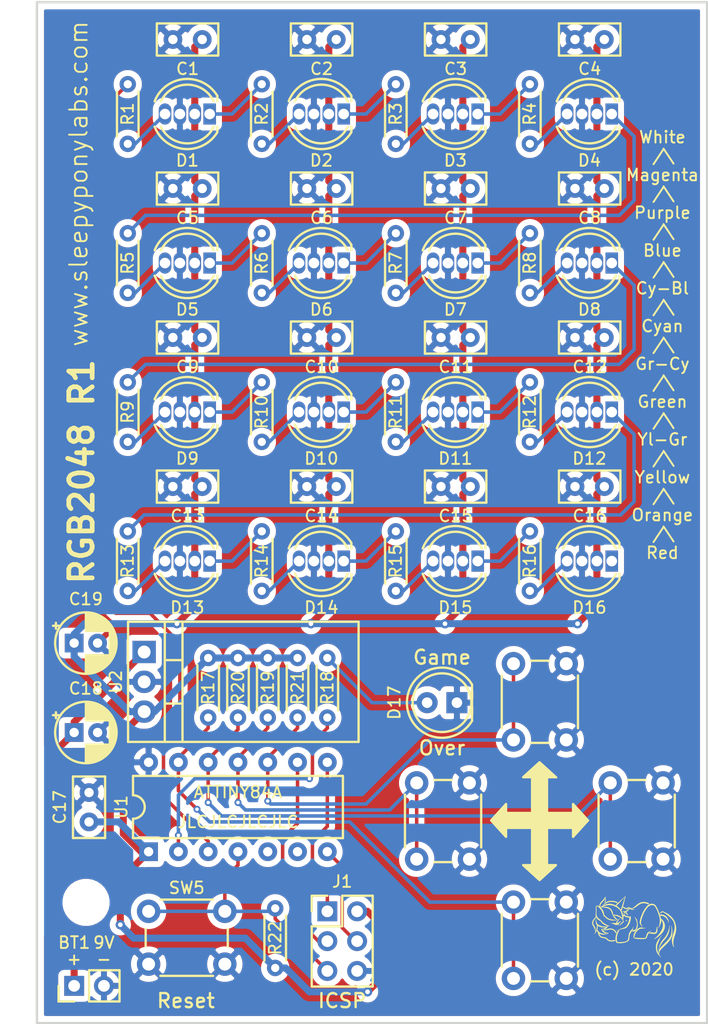
<source format=kicad_pcb>
(kicad_pcb (version 20171130) (host pcbnew "(5.1.6)-1")
  (title_block (title RGB2048_WS2812) (date 2020-09-12) (rev 1) (company "Sleepy Pony Labs"))
  (layers (0 F.Cu signal) (31 B.Cu signal) (34 B.Paste user) (35 F.Paste user) (36 B.SilkS user) (37 F.SilkS user) (38 B.Mask user) (39 F.Mask user) (44 Edge.Cuts user))
  (net 0 "")
  (net 1 GND)
  (net 2 "Net-(BT1-Pad1)")
  (net 3 +5V)
  (net 4 "Net-(D1-Pad4)")
  (net 5 "Net-(D1-Pad1)")
  (net 6 "Net-(D2-Pad4)")
  (net 7 "Net-(D2-Pad1)")
  (net 8 "Net-(D3-Pad4)")
  (net 9 "Net-(D3-Pad1)")
  (net 10 "Net-(D4-Pad4)")
  (net 11 "Net-(D4-Pad1)")
  (net 12 "Net-(D5-Pad4)")
  (net 13 "Net-(D5-Pad1)")
  (net 14 "Net-(D6-Pad4)")
  (net 15 "Net-(D6-Pad1)")
  (net 16 "Net-(D7-Pad4)")
  (net 17 "Net-(D7-Pad1)")
  (net 18 "Net-(D8-Pad4)")
  (net 19 "Net-(D8-Pad1)")
  (net 20 "Net-(D9-Pad4)")
  (net 21 "Net-(D9-Pad1)")
  (net 22 "Net-(D10-Pad4)")
  (net 23 "Net-(D10-Pad1)")
  (net 24 "Net-(D11-Pad4)")
  (net 25 "Net-(D11-Pad1)")
  (net 26 "Net-(D12-Pad4)")
  (net 27 "Net-(D12-Pad1)")
  (net 28 "Net-(D13-Pad4)")
  (net 29 "Net-(D13-Pad1)")
  (net 30 "Net-(D14-Pad4)")
  (net 31 "Net-(D14-Pad1)")
  (net 32 "Net-(D15-Pad4)")
  (net 33 "Net-(D15-Pad1)")
  (net 34 "Net-(D16-Pad4)")
  (net 35 "Net-(D16-Pad1)")
  (net 36 "Net-(D17-Pad2)")
  (net 37 RESET)
  (net 38 MOSI)
  (net 39 SCK)
  (net 40 MISO)
  (net 41 DIN)
  (net 42 BTND)
  (net 43 AXLED)
  (net 44 BTNL)
  (net 45 BTNR)
  (net 46 BTNU)
  (net 47 "Net-(U1-Pad6)")
  (net 48 "Net-(U1-Pad5)")
  (module sleepyLogo:sleepylogo_10mm (layer F.Cu) (at 211.074 103.251)
    (fp_text reference G*** hide)
    (fp_text value LOGO hide)
  )
  (module MountingHole:MountingHole_3mm (layer F.Cu) (at 164.211 101.473)
    (fp_text reference REF** hide)
    (fp_text value MountingHole_3mm)
    (pad 1 np_thru_hole circle (at 0 0) (size 3 3) (drill 3) (layers *.Cu *.Mask))
  )
  (module Package_TO_SOT_THT:TO-220-3_Vertical (layer F.Cu) (at 169.164 80.137 270)
    (fp_text reference U2 (at 2.54 2.413 90) (layer F.SilkS) (effects (font (thickness 0.16))))
    (fp_text value L7805)
    (pad 3 thru_hole oval (at 5.08 0 270) (size 1.905 2) (drill 1.1) (layers *.Cu *.Mask) (net 3 +5V))
    (pad 2 thru_hole oval (at 2.54 0 270) (size 1.905 2) (drill 1.1) (layers *.Cu *.Mask) (net 1 GND))
    (pad 1 thru_hole rect (at 0 0 270) (size 1.905 2) (drill 1.1) (layers *.Cu *.Mask) (net 2 "Net-(BT1-Pad1)"))
  )
  (module LED_THT:LED_D5.0mm (layer F.Cu) (at 195.834 84.455 180)
    (fp_text reference D17 (at 5.334 0 90) (layer F.SilkS) (effects (font (thickness 0.16))))
    (fp_text value LED)
    (pad 2 thru_hole circle (at 2.54 0 180) (size 1.8 1.8) (drill 0.9) (layers *.Cu *.Mask) (net 36 "Net-(D17-Pad2)"))
    (pad 1 thru_hole rect (at 0 0 180) (size 1.8 1.8) (drill 0.9) (layers *.Cu *.Mask) (net 1 GND))
  )
  (module Package_DIP:DIP-14_W7.62mm (layer F.Cu) (at 169.545 97.155 90)
    (fp_text reference U1 (at 3.81 -2.33 90) (layer F.SilkS) (effects (font (thickness 0.16))))
    (fp_text value ATtiny84A-PU)
    (pad 14 thru_hole oval (at 7.62 0 90) (size 1.6 1.6) (drill 0.8) (layers *.Cu *.Mask) (net 1 GND))
    (pad 7 thru_hole oval (at 0 15.24 90) (size 1.6 1.6) (drill 0.8) (layers *.Cu *.Mask) (net 38 MOSI))
    (pad 13 thru_hole oval (at 7.62 2.54 90) (size 1.6 1.6) (drill 0.8) (layers *.Cu *.Mask) (net 42 BTND))
    (pad 6 thru_hole oval (at 0 12.7 90) (size 1.6 1.6) (drill 0.8) (layers *.Cu *.Mask) (net 47 "Net-(U1-Pad6)"))
    (pad 12 thru_hole oval (at 7.62 5.08 90) (size 1.6 1.6) (drill 0.8) (layers *.Cu *.Mask) (net 45 BTNR))
    (pad 5 thru_hole oval (at 0 10.16 90) (size 1.6 1.6) (drill 0.8) (layers *.Cu *.Mask) (net 48 "Net-(U1-Pad5)"))
    (pad 11 thru_hole oval (at 7.62 7.62 90) (size 1.6 1.6) (drill 0.8) (layers *.Cu *.Mask) (net 44 BTNL))
    (pad 4 thru_hole oval (at 0 7.62 90) (size 1.6 1.6) (drill 0.8) (layers *.Cu *.Mask) (net 37 RESET))
    (pad 10 thru_hole oval (at 7.62 10.16 90) (size 1.6 1.6) (drill 0.8) (layers *.Cu *.Mask) (net 46 BTNU))
    (pad 3 thru_hole oval (at 0 5.08 90) (size 1.6 1.6) (drill 0.8) (layers *.Cu *.Mask) (net 41 DIN))
    (pad 9 thru_hole oval (at 7.62 12.7 90) (size 1.6 1.6) (drill 0.8) (layers *.Cu *.Mask) (net 39 SCK))
    (pad 2 thru_hole oval (at 0 2.54 90) (size 1.6 1.6) (drill 0.8) (layers *.Cu *.Mask) (net 43 AXLED))
    (pad 8 thru_hole oval (at 7.62 15.24 90) (size 1.6 1.6) (drill 0.8) (layers *.Cu *.Mask) (net 40 MISO))
    (pad 1 thru_hole rect (at 0 0 90) (size 1.6 1.6) (drill 0.8) (layers *.Cu *.Mask) (net 3 +5V))
  )
  (module Button_Switch_THT:SW_PUSH_6mm (layer F.Cu) (at 169.545 102.235)
    (fp_text reference SW5 (at 3.25 -2) (layer F.SilkS) (effects (font (thickness 0.16))))
    (fp_text value SW_Push)
    (pad 1 thru_hole circle (at 6.5 0 90) (size 2 2) (drill 1.1) (layers *.Cu *.Mask) (net 37 RESET))
    (pad 2 thru_hole circle (at 6.5 4.5 90) (size 2 2) (drill 1.1) (layers *.Cu *.Mask) (net 1 GND))
    (pad 1 thru_hole circle (at 0 0 90) (size 2 2) (drill 1.1) (layers *.Cu *.Mask) (net 37 RESET))
    (pad 2 thru_hole circle (at 0 4.5 90) (size 2 2) (drill 1.1) (layers *.Cu *.Mask) (net 1 GND))
  )
  (module Button_Switch_THT:SW_PUSH_6mm (layer F.Cu) (at 200.66 87.63 90)
    (fp_text reference SW4 hide)
    (fp_text value SW_Push)
    (pad 1 thru_hole circle (at 6.5 0 180) (size 2 2) (drill 1.1) (layers *.Cu *.Mask) (net 46 BTNU))
    (pad 2 thru_hole circle (at 6.5 4.5 180) (size 2 2) (drill 1.1) (layers *.Cu *.Mask) (net 1 GND))
    (pad 1 thru_hole circle (at 0 0 180) (size 2 2) (drill 1.1) (layers *.Cu *.Mask) (net 46 BTNU))
    (pad 2 thru_hole circle (at 0 4.5 180) (size 2 2) (drill 1.1) (layers *.Cu *.Mask) (net 1 GND))
  )
  (module Button_Switch_THT:SW_PUSH_6mm (layer F.Cu) (at 208.915 97.79 90)
    (fp_text reference SW3 hide)
    (fp_text value SW_Push)
    (pad 1 thru_hole circle (at 6.5 0 180) (size 2 2) (drill 1.1) (layers *.Cu *.Mask) (net 45 BTNR))
    (pad 2 thru_hole circle (at 6.5 4.5 180) (size 2 2) (drill 1.1) (layers *.Cu *.Mask) (net 1 GND))
    (pad 1 thru_hole circle (at 0 0 180) (size 2 2) (drill 1.1) (layers *.Cu *.Mask) (net 45 BTNR))
    (pad 2 thru_hole circle (at 0 4.5 180) (size 2 2) (drill 1.1) (layers *.Cu *.Mask) (net 1 GND))
  )
  (module Button_Switch_THT:SW_PUSH_6mm (layer F.Cu) (at 192.405 97.79 90)
    (fp_text reference SW2 hide)
    (fp_text value SW_Push)
    (pad 1 thru_hole circle (at 6.5 0 180) (size 2 2) (drill 1.1) (layers *.Cu *.Mask) (net 44 BTNL))
    (pad 2 thru_hole circle (at 6.5 4.5 180) (size 2 2) (drill 1.1) (layers *.Cu *.Mask) (net 1 GND))
    (pad 1 thru_hole circle (at 0 0 180) (size 2 2) (drill 1.1) (layers *.Cu *.Mask) (net 44 BTNL))
    (pad 2 thru_hole circle (at 0 4.5 180) (size 2 2) (drill 1.1) (layers *.Cu *.Mask) (net 1 GND))
  )
  (module Button_Switch_THT:SW_PUSH_6mm (layer F.Cu) (at 200.66 107.95 90)
    (fp_text reference SW1 hide)
    (fp_text value SW_Push)
    (pad 1 thru_hole circle (at 6.5 0 180) (size 2 2) (drill 1.1) (layers *.Cu *.Mask) (net 42 BTND))
    (pad 2 thru_hole circle (at 6.5 4.5 180) (size 2 2) (drill 1.1) (layers *.Cu *.Mask) (net 1 GND))
    (pad 1 thru_hole circle (at 0 0 180) (size 2 2) (drill 1.1) (layers *.Cu *.Mask) (net 42 BTND))
    (pad 2 thru_hole circle (at 0 4.5 180) (size 2 2) (drill 1.1) (layers *.Cu *.Mask) (net 1 GND))
  )
  (module Resistor_THT:R_Axial_DIN0204_L3.6mm_D1.6mm_P5.08mm_Horizontal (layer F.Cu) (at 180.34 107.061 90)
    (fp_text reference R22 (at 2.54 0 90) (layer F.SilkS) (effects (font (thickness 0.16))))
    (fp_text value 10k)
    (pad 2 thru_hole oval (at 5.08 0 90) (size 1.4 1.4) (drill 0.7) (layers *.Cu *.Mask) (net 37 RESET))
    (pad 1 thru_hole circle (at 0 0 90) (size 1.4 1.4) (drill 0.7) (layers *.Cu *.Mask) (net 3 +5V))
  )
  (module Resistor_THT:R_Axial_DIN0204_L3.6mm_D1.6mm_P5.08mm_Horizontal (layer F.Cu) (at 182.245 80.645 270)
    (fp_text reference R21 (at 2.54 0 270) (layer F.SilkS) (effects (font (thickness 0.16))))
    (fp_text value 10k)
    (pad 2 thru_hole oval (at 5.08 0 270) (size 1.4 1.4) (drill 0.7) (layers *.Cu *.Mask) (net 46 BTNU))
    (pad 1 thru_hole circle (at 0 0 270) (size 1.4 1.4) (drill 0.7) (layers *.Cu *.Mask) (net 3 +5V))
  )
  (module Resistor_THT:R_Axial_DIN0204_L3.6mm_D1.6mm_P5.08mm_Horizontal (layer F.Cu) (at 177.165 80.645 270)
    (fp_text reference R20 (at 2.54 0 270) (layer F.SilkS) (effects (font (thickness 0.16))))
    (fp_text value 10k)
    (pad 2 thru_hole oval (at 5.08 0 270) (size 1.4 1.4) (drill 0.7) (layers *.Cu *.Mask) (net 45 BTNR))
    (pad 1 thru_hole circle (at 0 0 270) (size 1.4 1.4) (drill 0.7) (layers *.Cu *.Mask) (net 3 +5V))
  )
  (module Resistor_THT:R_Axial_DIN0204_L3.6mm_D1.6mm_P5.08mm_Horizontal (layer F.Cu) (at 179.705 80.645 270)
    (fp_text reference R19 (at 2.54 0 270) (layer F.SilkS) (effects (font (thickness 0.16))))
    (fp_text value 10k)
    (pad 2 thru_hole oval (at 5.08 0 270) (size 1.4 1.4) (drill 0.7) (layers *.Cu *.Mask) (net 44 BTNL))
    (pad 1 thru_hole circle (at 0 0 270) (size 1.4 1.4) (drill 0.7) (layers *.Cu *.Mask) (net 3 +5V))
  )
  (module Resistor_THT:R_Axial_DIN0204_L3.6mm_D1.6mm_P5.08mm_Horizontal (layer F.Cu) (at 184.785 80.645 270)
    (fp_text reference R18 (at 2.54 0 270) (layer F.SilkS) (effects (font (thickness 0.16))))
    (fp_text value 1k)
    (pad 2 thru_hole oval (at 5.08 0 270) (size 1.4 1.4) (drill 0.7) (layers *.Cu *.Mask) (net 43 AXLED))
    (pad 1 thru_hole circle (at 0 0 270) (size 1.4 1.4) (drill 0.7) (layers *.Cu *.Mask) (net 36 "Net-(D17-Pad2)"))
  )
  (module Resistor_THT:R_Axial_DIN0204_L3.6mm_D1.6mm_P5.08mm_Horizontal (layer F.Cu) (at 174.625 80.645 270)
    (fp_text reference R17 (at 2.54 0 270) (layer F.SilkS) (effects (font (thickness 0.16))))
    (fp_text value 10k)
    (pad 2 thru_hole oval (at 5.08 0 270) (size 1.4 1.4) (drill 0.7) (layers *.Cu *.Mask) (net 42 BTND))
    (pad 1 thru_hole circle (at 0 0 270) (size 1.4 1.4) (drill 0.7) (layers *.Cu *.Mask) (net 3 +5V))
  )
  (module Resistor_THT:R_Axial_DIN0204_L3.6mm_D1.6mm_P5.08mm_Horizontal (layer F.Cu) (at 202.057 74.93 90)
    (fp_text reference R16 (at 2.54 -0.015 90) (layer F.SilkS) (effects (font (thickness 0.16))))
    (fp_text value 100R)
    (pad 1 thru_hole circle (at 0 0 90) (size 1.4 1.4) (drill 0.7) (layers *.Cu *.Mask) (net 34 "Net-(D16-Pad4)"))
    (pad 2 thru_hole oval (at 5.08 0 90) (size 1.4 1.4) (drill 0.7) (layers *.Cu *.Mask) (net 33 "Net-(D15-Pad1)"))
  )
  (module Resistor_THT:R_Axial_DIN0204_L3.6mm_D1.6mm_P5.08mm_Horizontal (layer F.Cu) (at 190.627 74.93 90)
    (fp_text reference R15 (at 2.54 -0.015 90) (layer F.SilkS) (effects (font (thickness 0.16))))
    (fp_text value 100R)
    (pad 1 thru_hole circle (at 0 0 90) (size 1.4 1.4) (drill 0.7) (layers *.Cu *.Mask) (net 32 "Net-(D15-Pad4)"))
    (pad 2 thru_hole oval (at 5.08 0 90) (size 1.4 1.4) (drill 0.7) (layers *.Cu *.Mask) (net 31 "Net-(D14-Pad1)"))
  )
  (module Resistor_THT:R_Axial_DIN0204_L3.6mm_D1.6mm_P5.08mm_Horizontal (layer F.Cu) (at 179.197 74.93 90)
    (fp_text reference R14 (at 2.54 -0.015 90) (layer F.SilkS) (effects (font (thickness 0.16))))
    (fp_text value 100R)
    (pad 1 thru_hole circle (at 0 0 90) (size 1.4 1.4) (drill 0.7) (layers *.Cu *.Mask) (net 30 "Net-(D14-Pad4)"))
    (pad 2 thru_hole oval (at 5.08 0 90) (size 1.4 1.4) (drill 0.7) (layers *.Cu *.Mask) (net 29 "Net-(D13-Pad1)"))
  )
  (module Resistor_THT:R_Axial_DIN0204_L3.6mm_D1.6mm_P5.08mm_Horizontal (layer F.Cu) (at 167.767 74.93 90)
    (fp_text reference R13 (at 2.54 -0.015 90) (layer F.SilkS) (effects (font (thickness 0.16))))
    (fp_text value 100R)
    (pad 1 thru_hole circle (at 0 0 90) (size 1.4 1.4) (drill 0.7) (layers *.Cu *.Mask) (net 28 "Net-(D13-Pad4)"))
    (pad 2 thru_hole oval (at 5.08 0 90) (size 1.4 1.4) (drill 0.7) (layers *.Cu *.Mask) (net 27 "Net-(D12-Pad1)"))
  )
  (module Resistor_THT:R_Axial_DIN0204_L3.6mm_D1.6mm_P5.08mm_Horizontal (layer F.Cu) (at 202.057 62.23 90)
    (fp_text reference R12 (at 2.54 -0.015 90) (layer F.SilkS) (effects (font (thickness 0.16))))
    (fp_text value 100R)
    (pad 1 thru_hole circle (at 0 0 90) (size 1.4 1.4) (drill 0.7) (layers *.Cu *.Mask) (net 26 "Net-(D12-Pad4)"))
    (pad 2 thru_hole oval (at 5.08 0 90) (size 1.4 1.4) (drill 0.7) (layers *.Cu *.Mask) (net 25 "Net-(D11-Pad1)"))
  )
  (module Resistor_THT:R_Axial_DIN0204_L3.6mm_D1.6mm_P5.08mm_Horizontal (layer F.Cu) (at 190.627 62.23 90)
    (fp_text reference R11 (at 2.54 -0.015 90) (layer F.SilkS) (effects (font (thickness 0.16))))
    (fp_text value 100R)
    (pad 1 thru_hole circle (at 0 0 90) (size 1.4 1.4) (drill 0.7) (layers *.Cu *.Mask) (net 24 "Net-(D11-Pad4)"))
    (pad 2 thru_hole oval (at 5.08 0 90) (size 1.4 1.4) (drill 0.7) (layers *.Cu *.Mask) (net 23 "Net-(D10-Pad1)"))
  )
  (module Resistor_THT:R_Axial_DIN0204_L3.6mm_D1.6mm_P5.08mm_Horizontal (layer F.Cu) (at 179.197 62.23 90)
    (fp_text reference R10 (at 2.54 -0.015 90) (layer F.SilkS) (effects (font (thickness 0.16))))
    (fp_text value 100R)
    (pad 1 thru_hole circle (at 0 0 90) (size 1.4 1.4) (drill 0.7) (layers *.Cu *.Mask) (net 22 "Net-(D10-Pad4)"))
    (pad 2 thru_hole oval (at 5.08 0 90) (size 1.4 1.4) (drill 0.7) (layers *.Cu *.Mask) (net 21 "Net-(D9-Pad1)"))
  )
  (module Resistor_THT:R_Axial_DIN0204_L3.6mm_D1.6mm_P5.08mm_Horizontal (layer F.Cu) (at 167.767 62.23 90)
    (fp_text reference R9 (at 2.54 -0.015 90) (layer F.SilkS) (effects (font (thickness 0.16))))
    (fp_text value 100R)
    (pad 1 thru_hole circle (at 0 0 90) (size 1.4 1.4) (drill 0.7) (layers *.Cu *.Mask) (net 20 "Net-(D9-Pad4)"))
    (pad 2 thru_hole oval (at 5.08 0 90) (size 1.4 1.4) (drill 0.7) (layers *.Cu *.Mask) (net 19 "Net-(D8-Pad1)"))
  )
  (module Resistor_THT:R_Axial_DIN0204_L3.6mm_D1.6mm_P5.08mm_Horizontal (layer F.Cu) (at 202.057 49.53 90)
    (fp_text reference R8 (at 2.54 -0.015 90) (layer F.SilkS) (effects (font (thickness 0.16))))
    (fp_text value 100R)
    (pad 1 thru_hole circle (at 0 0 90) (size 1.4 1.4) (drill 0.7) (layers *.Cu *.Mask) (net 18 "Net-(D8-Pad4)"))
    (pad 2 thru_hole oval (at 5.08 0 90) (size 1.4 1.4) (drill 0.7) (layers *.Cu *.Mask) (net 17 "Net-(D7-Pad1)"))
  )
  (module Resistor_THT:R_Axial_DIN0204_L3.6mm_D1.6mm_P5.08mm_Horizontal (layer F.Cu) (at 190.627 49.53 90)
    (fp_text reference R7 (at 2.54 -0.015 90) (layer F.SilkS) (effects (font (thickness 0.16))))
    (fp_text value 100R)
    (pad 1 thru_hole circle (at 0 0 90) (size 1.4 1.4) (drill 0.7) (layers *.Cu *.Mask) (net 16 "Net-(D7-Pad4)"))
    (pad 2 thru_hole oval (at 5.08 0 90) (size 1.4 1.4) (drill 0.7) (layers *.Cu *.Mask) (net 15 "Net-(D6-Pad1)"))
  )
  (module Resistor_THT:R_Axial_DIN0204_L3.6mm_D1.6mm_P5.08mm_Horizontal (layer F.Cu) (at 179.197 49.53 90)
    (fp_text reference R6 (at 2.54 -0.015 90) (layer F.SilkS) (effects (font (thickness 0.16))))
    (fp_text value 100R)
    (pad 1 thru_hole circle (at 0 0 90) (size 1.4 1.4) (drill 0.7) (layers *.Cu *.Mask) (net 14 "Net-(D6-Pad4)"))
    (pad 2 thru_hole oval (at 5.08 0 90) (size 1.4 1.4) (drill 0.7) (layers *.Cu *.Mask) (net 13 "Net-(D5-Pad1)"))
  )
  (module Resistor_THT:R_Axial_DIN0204_L3.6mm_D1.6mm_P5.08mm_Horizontal (layer F.Cu) (at 167.767 49.53 90)
    (fp_text reference R5 (at 2.54 -0.015 90) (layer F.SilkS) (effects (font (thickness 0.16))))
    (fp_text value 100R)
    (pad 1 thru_hole circle (at 0 0 90) (size 1.4 1.4) (drill 0.7) (layers *.Cu *.Mask) (net 12 "Net-(D5-Pad4)"))
    (pad 2 thru_hole oval (at 5.08 0 90) (size 1.4 1.4) (drill 0.7) (layers *.Cu *.Mask) (net 11 "Net-(D4-Pad1)"))
  )
  (module Resistor_THT:R_Axial_DIN0204_L3.6mm_D1.6mm_P5.08mm_Horizontal (layer F.Cu) (at 202.057 36.83 90)
    (fp_text reference R4 (at 2.54 -0.015 90) (layer F.SilkS) (effects (font (thickness 0.16))))
    (fp_text value 100R)
    (pad 1 thru_hole circle (at 0 0 90) (size 1.4 1.4) (drill 0.7) (layers *.Cu *.Mask) (net 10 "Net-(D4-Pad4)"))
    (pad 2 thru_hole oval (at 5.08 0 90) (size 1.4 1.4) (drill 0.7) (layers *.Cu *.Mask) (net 9 "Net-(D3-Pad1)"))
  )
  (module Resistor_THT:R_Axial_DIN0204_L3.6mm_D1.6mm_P5.08mm_Horizontal (layer F.Cu) (at 190.627 36.83 90)
    (fp_text reference R3 (at 2.54 -0.015 90) (layer F.SilkS) (effects (font (thickness 0.16))))
    (fp_text value 100R)
    (pad 1 thru_hole circle (at 0 0 90) (size 1.4 1.4) (drill 0.7) (layers *.Cu *.Mask) (net 8 "Net-(D3-Pad4)"))
    (pad 2 thru_hole oval (at 5.08 0 90) (size 1.4 1.4) (drill 0.7) (layers *.Cu *.Mask) (net 7 "Net-(D2-Pad1)"))
  )
  (module Resistor_THT:R_Axial_DIN0204_L3.6mm_D1.6mm_P5.08mm_Horizontal (layer F.Cu) (at 179.197 36.83 90)
    (fp_text reference R2 (at 2.54 -0.015 90) (layer F.SilkS) (effects (font (thickness 0.16))))
    (fp_text value 100R)
    (pad 1 thru_hole circle (at 0 0 90) (size 1.4 1.4) (drill 0.7) (layers *.Cu *.Mask) (net 6 "Net-(D2-Pad4)"))
    (pad 2 thru_hole oval (at 5.08 0 90) (size 1.4 1.4) (drill 0.7) (layers *.Cu *.Mask) (net 5 "Net-(D1-Pad1)"))
  )
  (module Resistor_THT:R_Axial_DIN0204_L3.6mm_D1.6mm_P5.08mm_Horizontal (layer F.Cu) (at 167.767 36.83 90)
    (fp_text reference R1 (at 2.54 -0.015 90) (layer F.SilkS) (effects (font (thickness 0.16))))
    (fp_text value 100R)
    (pad 1 thru_hole circle (at 0 0 90) (size 1.4 1.4) (drill 0.7) (layers *.Cu *.Mask) (net 4 "Net-(D1-Pad4)"))
    (pad 2 thru_hole oval (at 5.08 0 90) (size 1.4 1.4) (drill 0.7) (layers *.Cu *.Mask) (net 41 DIN))
  )
  (module Connector_PinHeader_2.54mm:PinHeader_2x03_P2.54mm_Vertical (layer F.Cu) (at 184.785 102.235)
    (fp_text reference J1 (at 1.27 -2.54 180) (layer F.SilkS) (effects (font (thickness 0.16))))
    (fp_text value ICSP)
    (pad 6 thru_hole oval (at 2.54 5.08) (size 1.7 1.7) (drill 1) (layers *.Cu *.Mask) (net 1 GND))
    (pad 5 thru_hole oval (at 0 5.08) (size 1.7 1.7) (drill 1) (layers *.Cu *.Mask) (net 37 RESET))
    (pad 4 thru_hole oval (at 2.54 2.54) (size 1.7 1.7) (drill 1) (layers *.Cu *.Mask) (net 38 MOSI))
    (pad 3 thru_hole oval (at 0 2.54) (size 1.7 1.7) (drill 1) (layers *.Cu *.Mask) (net 39 SCK))
    (pad 2 thru_hole oval (at 2.54 0) (size 1.7 1.7) (drill 1) (layers *.Cu *.Mask) (net 3 +5V))
    (pad 1 thru_hole rect (at 0 0) (size 1.7 1.7) (drill 1) (layers *.Cu *.Mask) (net 40 MISO))
  )
  (module LED_THT:LED_D5.0mm-4_RGB (layer F.Cu) (at 209.042 72.39 180)
    (fp_text reference D16 (at 1.905 -3.96) (layer F.SilkS) (effects (font (thickness 0.16))))
    (fp_text value WS2812D-F5)
    (pad 1 thru_hole rect (at 0 0 180) (size 1.07 1.8) (drill 0.9) (layers *.Cu *.Mask) (net 35 "Net-(D16-Pad1)"))
    (pad 2 thru_hole oval (at 1.27 0 180) (size 1.07 1.8) (drill 0.9) (layers *.Cu *.Mask) (net 3 +5V))
    (pad 3 thru_hole oval (at 2.54 0 180) (size 1.07 1.8) (drill 0.9) (layers *.Cu *.Mask) (net 1 GND))
    (pad 4 thru_hole oval (at 3.81 0 180) (size 1.07 1.8) (drill 0.9) (layers *.Cu *.Mask) (net 34 "Net-(D16-Pad4)"))
  )
  (module LED_THT:LED_D5.0mm-4_RGB (layer F.Cu) (at 197.612 72.39 180)
    (fp_text reference D15 (at 1.905 -3.96) (layer F.SilkS) (effects (font (thickness 0.16))))
    (fp_text value WS2812D-F5)
    (pad 1 thru_hole rect (at 0 0 180) (size 1.07 1.8) (drill 0.9) (layers *.Cu *.Mask) (net 33 "Net-(D15-Pad1)"))
    (pad 2 thru_hole oval (at 1.27 0 180) (size 1.07 1.8) (drill 0.9) (layers *.Cu *.Mask) (net 3 +5V))
    (pad 3 thru_hole oval (at 2.54 0 180) (size 1.07 1.8) (drill 0.9) (layers *.Cu *.Mask) (net 1 GND))
    (pad 4 thru_hole oval (at 3.81 0 180) (size 1.07 1.8) (drill 0.9) (layers *.Cu *.Mask) (net 32 "Net-(D15-Pad4)"))
  )
  (module LED_THT:LED_D5.0mm-4_RGB (layer F.Cu) (at 186.182 72.39 180)
    (fp_text reference D14 (at 1.905 -3.96) (layer F.SilkS) (effects (font (thickness 0.16))))
    (fp_text value WS2812D-F5)
    (pad 1 thru_hole rect (at 0 0 180) (size 1.07 1.8) (drill 0.9) (layers *.Cu *.Mask) (net 31 "Net-(D14-Pad1)"))
    (pad 2 thru_hole oval (at 1.27 0 180) (size 1.07 1.8) (drill 0.9) (layers *.Cu *.Mask) (net 3 +5V))
    (pad 3 thru_hole oval (at 2.54 0 180) (size 1.07 1.8) (drill 0.9) (layers *.Cu *.Mask) (net 1 GND))
    (pad 4 thru_hole oval (at 3.81 0 180) (size 1.07 1.8) (drill 0.9) (layers *.Cu *.Mask) (net 30 "Net-(D14-Pad4)"))
  )
  (module LED_THT:LED_D5.0mm-4_RGB (layer F.Cu) (at 174.752 72.39 180)
    (fp_text reference D13 (at 1.905 -3.96) (layer F.SilkS) (effects (font (thickness 0.16))))
    (fp_text value WS2812D-F5)
    (pad 1 thru_hole rect (at 0 0 180) (size 1.07 1.8) (drill 0.9) (layers *.Cu *.Mask) (net 29 "Net-(D13-Pad1)"))
    (pad 2 thru_hole oval (at 1.27 0 180) (size 1.07 1.8) (drill 0.9) (layers *.Cu *.Mask) (net 3 +5V))
    (pad 3 thru_hole oval (at 2.54 0 180) (size 1.07 1.8) (drill 0.9) (layers *.Cu *.Mask) (net 1 GND))
    (pad 4 thru_hole oval (at 3.81 0 180) (size 1.07 1.8) (drill 0.9) (layers *.Cu *.Mask) (net 28 "Net-(D13-Pad4)"))
  )
  (module LED_THT:LED_D5.0mm-4_RGB (layer F.Cu) (at 209.042 59.69 180)
    (fp_text reference D12 (at 1.905 -3.96) (layer F.SilkS) (effects (font (thickness 0.16))))
    (fp_text value WS2812D-F5)
    (pad 1 thru_hole rect (at 0 0 180) (size 1.07 1.8) (drill 0.9) (layers *.Cu *.Mask) (net 27 "Net-(D12-Pad1)"))
    (pad 2 thru_hole oval (at 1.27 0 180) (size 1.07 1.8) (drill 0.9) (layers *.Cu *.Mask) (net 3 +5V))
    (pad 3 thru_hole oval (at 2.54 0 180) (size 1.07 1.8) (drill 0.9) (layers *.Cu *.Mask) (net 1 GND))
    (pad 4 thru_hole oval (at 3.81 0 180) (size 1.07 1.8) (drill 0.9) (layers *.Cu *.Mask) (net 26 "Net-(D12-Pad4)"))
  )
  (module LED_THT:LED_D5.0mm-4_RGB (layer F.Cu) (at 197.612 59.69 180)
    (fp_text reference D11 (at 1.905 -3.96) (layer F.SilkS) (effects (font (thickness 0.16))))
    (fp_text value WS2812D-F5)
    (pad 1 thru_hole rect (at 0 0 180) (size 1.07 1.8) (drill 0.9) (layers *.Cu *.Mask) (net 25 "Net-(D11-Pad1)"))
    (pad 2 thru_hole oval (at 1.27 0 180) (size 1.07 1.8) (drill 0.9) (layers *.Cu *.Mask) (net 3 +5V))
    (pad 3 thru_hole oval (at 2.54 0 180) (size 1.07 1.8) (drill 0.9) (layers *.Cu *.Mask) (net 1 GND))
    (pad 4 thru_hole oval (at 3.81 0 180) (size 1.07 1.8) (drill 0.9) (layers *.Cu *.Mask) (net 24 "Net-(D11-Pad4)"))
  )
  (module LED_THT:LED_D5.0mm-4_RGB (layer F.Cu) (at 186.182 59.69 180)
    (fp_text reference D10 (at 1.905 -3.96) (layer F.SilkS) (effects (font (thickness 0.16))))
    (fp_text value WS2812D-F5)
    (pad 1 thru_hole rect (at 0 0 180) (size 1.07 1.8) (drill 0.9) (layers *.Cu *.Mask) (net 23 "Net-(D10-Pad1)"))
    (pad 2 thru_hole oval (at 1.27 0 180) (size 1.07 1.8) (drill 0.9) (layers *.Cu *.Mask) (net 3 +5V))
    (pad 3 thru_hole oval (at 2.54 0 180) (size 1.07 1.8) (drill 0.9) (layers *.Cu *.Mask) (net 1 GND))
    (pad 4 thru_hole oval (at 3.81 0 180) (size 1.07 1.8) (drill 0.9) (layers *.Cu *.Mask) (net 22 "Net-(D10-Pad4)"))
  )
  (module LED_THT:LED_D5.0mm-4_RGB (layer F.Cu) (at 174.752 59.69 180)
    (fp_text reference D9 (at 1.905 -3.96) (layer F.SilkS) (effects (font (thickness 0.16))))
    (fp_text value WS2812D-F5)
    (pad 1 thru_hole rect (at 0 0 180) (size 1.07 1.8) (drill 0.9) (layers *.Cu *.Mask) (net 21 "Net-(D9-Pad1)"))
    (pad 2 thru_hole oval (at 1.27 0 180) (size 1.07 1.8) (drill 0.9) (layers *.Cu *.Mask) (net 3 +5V))
    (pad 3 thru_hole oval (at 2.54 0 180) (size 1.07 1.8) (drill 0.9) (layers *.Cu *.Mask) (net 1 GND))
    (pad 4 thru_hole oval (at 3.81 0 180) (size 1.07 1.8) (drill 0.9) (layers *.Cu *.Mask) (net 20 "Net-(D9-Pad4)"))
  )
  (module LED_THT:LED_D5.0mm-4_RGB (layer F.Cu) (at 209.042 46.99 180)
    (fp_text reference D8 (at 1.905 -3.96) (layer F.SilkS) (effects (font (thickness 0.16))))
    (fp_text value WS2812D-F5)
    (pad 1 thru_hole rect (at 0 0 180) (size 1.07 1.8) (drill 0.9) (layers *.Cu *.Mask) (net 19 "Net-(D8-Pad1)"))
    (pad 2 thru_hole oval (at 1.27 0 180) (size 1.07 1.8) (drill 0.9) (layers *.Cu *.Mask) (net 3 +5V))
    (pad 3 thru_hole oval (at 2.54 0 180) (size 1.07 1.8) (drill 0.9) (layers *.Cu *.Mask) (net 1 GND))
    (pad 4 thru_hole oval (at 3.81 0 180) (size 1.07 1.8) (drill 0.9) (layers *.Cu *.Mask) (net 18 "Net-(D8-Pad4)"))
  )
  (module LED_THT:LED_D5.0mm-4_RGB (layer F.Cu) (at 197.612 46.99 180)
    (fp_text reference D7 (at 1.905 -3.96) (layer F.SilkS) (effects (font (thickness 0.16))))
    (fp_text value WS2812D-F5)
    (pad 1 thru_hole rect (at 0 0 180) (size 1.07 1.8) (drill 0.9) (layers *.Cu *.Mask) (net 17 "Net-(D7-Pad1)"))
    (pad 2 thru_hole oval (at 1.27 0 180) (size 1.07 1.8) (drill 0.9) (layers *.Cu *.Mask) (net 3 +5V))
    (pad 3 thru_hole oval (at 2.54 0 180) (size 1.07 1.8) (drill 0.9) (layers *.Cu *.Mask) (net 1 GND))
    (pad 4 thru_hole oval (at 3.81 0 180) (size 1.07 1.8) (drill 0.9) (layers *.Cu *.Mask) (net 16 "Net-(D7-Pad4)"))
  )
  (module LED_THT:LED_D5.0mm-4_RGB (layer F.Cu) (at 186.182 46.99 180)
    (fp_text reference D6 (at 1.905 -3.96) (layer F.SilkS) (effects (font (thickness 0.16))))
    (fp_text value WS2812D-F5)
    (pad 1 thru_hole rect (at 0 0 180) (size 1.07 1.8) (drill 0.9) (layers *.Cu *.Mask) (net 15 "Net-(D6-Pad1)"))
    (pad 2 thru_hole oval (at 1.27 0 180) (size 1.07 1.8) (drill 0.9) (layers *.Cu *.Mask) (net 3 +5V))
    (pad 3 thru_hole oval (at 2.54 0 180) (size 1.07 1.8) (drill 0.9) (layers *.Cu *.Mask) (net 1 GND))
    (pad 4 thru_hole oval (at 3.81 0 180) (size 1.07 1.8) (drill 0.9) (layers *.Cu *.Mask) (net 14 "Net-(D6-Pad4)"))
  )
  (module LED_THT:LED_D5.0mm-4_RGB (layer F.Cu) (at 174.752 46.99 180)
    (fp_text reference D5 (at 1.905 -3.96) (layer F.SilkS) (effects (font (thickness 0.16))))
    (fp_text value WS2812D-F5)
    (pad 1 thru_hole rect (at 0 0 180) (size 1.07 1.8) (drill 0.9) (layers *.Cu *.Mask) (net 13 "Net-(D5-Pad1)"))
    (pad 2 thru_hole oval (at 1.27 0 180) (size 1.07 1.8) (drill 0.9) (layers *.Cu *.Mask) (net 3 +5V))
    (pad 3 thru_hole oval (at 2.54 0 180) (size 1.07 1.8) (drill 0.9) (layers *.Cu *.Mask) (net 1 GND))
    (pad 4 thru_hole oval (at 3.81 0 180) (size 1.07 1.8) (drill 0.9) (layers *.Cu *.Mask) (net 12 "Net-(D5-Pad4)"))
  )
  (module LED_THT:LED_D5.0mm-4_RGB (layer F.Cu) (at 209.042 34.29 180)
    (fp_text reference D4 (at 1.905 -3.96) (layer F.SilkS) (effects (font (thickness 0.16))))
    (fp_text value WS2812D-F5)
    (pad 1 thru_hole rect (at 0 0 180) (size 1.07 1.8) (drill 0.9) (layers *.Cu *.Mask) (net 11 "Net-(D4-Pad1)"))
    (pad 2 thru_hole oval (at 1.27 0 180) (size 1.07 1.8) (drill 0.9) (layers *.Cu *.Mask) (net 3 +5V))
    (pad 3 thru_hole oval (at 2.54 0 180) (size 1.07 1.8) (drill 0.9) (layers *.Cu *.Mask) (net 1 GND))
    (pad 4 thru_hole oval (at 3.81 0 180) (size 1.07 1.8) (drill 0.9) (layers *.Cu *.Mask) (net 10 "Net-(D4-Pad4)"))
  )
  (module LED_THT:LED_D5.0mm-4_RGB (layer F.Cu) (at 197.612 34.29 180)
    (fp_text reference D3 (at 1.905 -3.96) (layer F.SilkS) (effects (font (thickness 0.16))))
    (fp_text value WS2812D-F5)
    (pad 1 thru_hole rect (at 0 0 180) (size 1.07 1.8) (drill 0.9) (layers *.Cu *.Mask) (net 9 "Net-(D3-Pad1)"))
    (pad 2 thru_hole oval (at 1.27 0 180) (size 1.07 1.8) (drill 0.9) (layers *.Cu *.Mask) (net 3 +5V))
    (pad 3 thru_hole oval (at 2.54 0 180) (size 1.07 1.8) (drill 0.9) (layers *.Cu *.Mask) (net 1 GND))
    (pad 4 thru_hole oval (at 3.81 0 180) (size 1.07 1.8) (drill 0.9) (layers *.Cu *.Mask) (net 8 "Net-(D3-Pad4)"))
  )
  (module LED_THT:LED_D5.0mm-4_RGB (layer F.Cu) (at 186.182 34.29 180)
    (fp_text reference D2 (at 1.905 -3.96) (layer F.SilkS) (effects (font (thickness 0.16))))
    (fp_text value WS2812D-F5)
    (pad 1 thru_hole rect (at 0 0 180) (size 1.07 1.8) (drill 0.9) (layers *.Cu *.Mask) (net 7 "Net-(D2-Pad1)"))
    (pad 2 thru_hole oval (at 1.27 0 180) (size 1.07 1.8) (drill 0.9) (layers *.Cu *.Mask) (net 3 +5V))
    (pad 3 thru_hole oval (at 2.54 0 180) (size 1.07 1.8) (drill 0.9) (layers *.Cu *.Mask) (net 1 GND))
    (pad 4 thru_hole oval (at 3.81 0 180) (size 1.07 1.8) (drill 0.9) (layers *.Cu *.Mask) (net 6 "Net-(D2-Pad4)"))
  )
  (module LED_THT:LED_D5.0mm-4_RGB (layer F.Cu) (at 174.752 34.29 180)
    (fp_text reference D1 (at 1.905 -3.96) (layer F.SilkS) (effects (font (thickness 0.16))))
    (fp_text value WS2812D-F5)
    (pad 1 thru_hole rect (at 0 0 180) (size 1.07 1.8) (drill 0.9) (layers *.Cu *.Mask) (net 5 "Net-(D1-Pad1)"))
    (pad 2 thru_hole oval (at 1.27 0 180) (size 1.07 1.8) (drill 0.9) (layers *.Cu *.Mask) (net 3 +5V))
    (pad 3 thru_hole oval (at 2.54 0 180) (size 1.07 1.8) (drill 0.9) (layers *.Cu *.Mask) (net 1 GND))
    (pad 4 thru_hole oval (at 3.81 0 180) (size 1.07 1.8) (drill 0.9) (layers *.Cu *.Mask) (net 4 "Net-(D1-Pad4)"))
  )
  (module Capacitor_THT:CP_Radial_D5.0mm_P2.00mm (layer F.Cu) (at 163.195 79.375)
    (fp_text reference C19 (at 1 -3.75) (layer F.SilkS) (effects (font (thickness 0.16))))
    (fp_text value 10uF)
    (pad 2 thru_hole circle (at 2 0) (size 1.6 1.6) (drill 0.8) (layers *.Cu *.Mask) (net 1 GND))
    (pad 1 thru_hole rect (at 0 0) (size 1.6 1.6) (drill 0.8) (layers *.Cu *.Mask) (net 3 +5V))
  )
  (module Capacitor_THT:CP_Radial_D5.0mm_P2.00mm (layer F.Cu) (at 163.195 86.995)
    (fp_text reference C18 (at 1 -3.75) (layer F.SilkS) (effects (font (thickness 0.16))))
    (fp_text value 10uF)
    (pad 2 thru_hole circle (at 2 0) (size 1.6 1.6) (drill 0.8) (layers *.Cu *.Mask) (net 1 GND))
    (pad 1 thru_hole rect (at 0 0) (size 1.6 1.6) (drill 0.8) (layers *.Cu *.Mask) (net 2 "Net-(BT1-Pad1)"))
  )
  (module Capacitor_THT:C_Disc_D5.0mm_W2.5mm_P2.50mm (layer F.Cu) (at 164.465 94.615 90)
    (fp_text reference C17 (at 1.25 -2.5 90) (layer F.SilkS) (effects (font (thickness 0.16))))
    (fp_text value 100nF)
    (pad 2 thru_hole circle (at 2.5 0 90) (size 1.6 1.6) (drill 0.8) (layers *.Cu *.Mask) (net 1 GND))
    (pad 1 thru_hole circle (at 0 0 90) (size 1.6 1.6) (drill 0.8) (layers *.Cu *.Mask) (net 3 +5V))
  )
  (module Capacitor_THT:C_Disc_D5.0mm_W2.5mm_P2.50mm (layer F.Cu) (at 208.407 66.04 180)
    (fp_text reference C16 (at 1.25 -2.5) (layer F.SilkS) (effects (font (thickness 0.16))))
    (fp_text value 100nF)
    (pad 1 thru_hole circle (at 0 0 180) (size 1.6 1.6) (drill 0.8) (layers *.Cu *.Mask) (net 3 +5V))
    (pad 2 thru_hole circle (at 2.5 0 180) (size 1.6 1.6) (drill 0.8) (layers *.Cu *.Mask) (net 1 GND))
  )
  (module Capacitor_THT:C_Disc_D5.0mm_W2.5mm_P2.50mm (layer F.Cu) (at 196.977 66.04 180)
    (fp_text reference C15 (at 1.25 -2.5) (layer F.SilkS) (effects (font (thickness 0.16))))
    (fp_text value 100nF)
    (pad 1 thru_hole circle (at 0 0 180) (size 1.6 1.6) (drill 0.8) (layers *.Cu *.Mask) (net 3 +5V))
    (pad 2 thru_hole circle (at 2.5 0 180) (size 1.6 1.6) (drill 0.8) (layers *.Cu *.Mask) (net 1 GND))
  )
  (module Capacitor_THT:C_Disc_D5.0mm_W2.5mm_P2.50mm (layer F.Cu) (at 185.547 66.04 180)
    (fp_text reference C14 (at 1.25 -2.5) (layer F.SilkS) (effects (font (thickness 0.16))))
    (fp_text value 100nF)
    (pad 1 thru_hole circle (at 0 0 180) (size 1.6 1.6) (drill 0.8) (layers *.Cu *.Mask) (net 3 +5V))
    (pad 2 thru_hole circle (at 2.5 0 180) (size 1.6 1.6) (drill 0.8) (layers *.Cu *.Mask) (net 1 GND))
  )
  (module Capacitor_THT:C_Disc_D5.0mm_W2.5mm_P2.50mm (layer F.Cu) (at 174.117 66.04 180)
    (fp_text reference C13 (at 1.25 -2.5) (layer F.SilkS) (effects (font (thickness 0.16))))
    (fp_text value 100nF)
    (pad 1 thru_hole circle (at 0 0 180) (size 1.6 1.6) (drill 0.8) (layers *.Cu *.Mask) (net 3 +5V))
    (pad 2 thru_hole circle (at 2.5 0 180) (size 1.6 1.6) (drill 0.8) (layers *.Cu *.Mask) (net 1 GND))
  )
  (module Capacitor_THT:C_Disc_D5.0mm_W2.5mm_P2.50mm (layer F.Cu) (at 208.407 53.34 180)
    (fp_text reference C12 (at 1.25 -2.5) (layer F.SilkS) (effects (font (thickness 0.16))))
    (fp_text value 100nF)
    (pad 1 thru_hole circle (at 0 0 180) (size 1.6 1.6) (drill 0.8) (layers *.Cu *.Mask) (net 3 +5V))
    (pad 2 thru_hole circle (at 2.5 0 180) (size 1.6 1.6) (drill 0.8) (layers *.Cu *.Mask) (net 1 GND))
  )
  (module Capacitor_THT:C_Disc_D5.0mm_W2.5mm_P2.50mm (layer F.Cu) (at 196.977 53.34 180)
    (fp_text reference C11 (at 1.25 -2.5) (layer F.SilkS) (effects (font (thickness 0.16))))
    (fp_text value 100nF)
    (pad 1 thru_hole circle (at 0 0 180) (size 1.6 1.6) (drill 0.8) (layers *.Cu *.Mask) (net 3 +5V))
    (pad 2 thru_hole circle (at 2.5 0 180) (size 1.6 1.6) (drill 0.8) (layers *.Cu *.Mask) (net 1 GND))
  )
  (module Capacitor_THT:C_Disc_D5.0mm_W2.5mm_P2.50mm (layer F.Cu) (at 185.547 53.34 180)
    (fp_text reference C10 (at 1.25 -2.5) (layer F.SilkS) (effects (font (thickness 0.16))))
    (fp_text value 100nF)
    (pad 1 thru_hole circle (at 0 0 180) (size 1.6 1.6) (drill 0.8) (layers *.Cu *.Mask) (net 3 +5V))
    (pad 2 thru_hole circle (at 2.5 0 180) (size 1.6 1.6) (drill 0.8) (layers *.Cu *.Mask) (net 1 GND))
  )
  (module Capacitor_THT:C_Disc_D5.0mm_W2.5mm_P2.50mm (layer F.Cu) (at 174.117 53.34 180)
    (fp_text reference C9 (at 1.25 -2.5) (layer F.SilkS) (effects (font (thickness 0.16))))
    (fp_text value 100nF)
    (pad 1 thru_hole circle (at 0 0 180) (size 1.6 1.6) (drill 0.8) (layers *.Cu *.Mask) (net 3 +5V))
    (pad 2 thru_hole circle (at 2.5 0 180) (size 1.6 1.6) (drill 0.8) (layers *.Cu *.Mask) (net 1 GND))
  )
  (module Capacitor_THT:C_Disc_D5.0mm_W2.5mm_P2.50mm (layer F.Cu) (at 208.407 40.64 180)
    (fp_text reference C8 (at 1.25 -2.5) (layer F.SilkS) (effects (font (thickness 0.16))))
    (fp_text value 100nF)
    (pad 1 thru_hole circle (at 0 0 180) (size 1.6 1.6) (drill 0.8) (layers *.Cu *.Mask) (net 3 +5V))
    (pad 2 thru_hole circle (at 2.5 0 180) (size 1.6 1.6) (drill 0.8) (layers *.Cu *.Mask) (net 1 GND))
  )
  (module Capacitor_THT:C_Disc_D5.0mm_W2.5mm_P2.50mm (layer F.Cu) (at 196.977 40.64 180)
    (fp_text reference C7 (at 1.25 -2.5) (layer F.SilkS) (effects (font (thickness 0.16))))
    (fp_text value 100nF)
    (pad 1 thru_hole circle (at 0 0 180) (size 1.6 1.6) (drill 0.8) (layers *.Cu *.Mask) (net 3 +5V))
    (pad 2 thru_hole circle (at 2.5 0 180) (size 1.6 1.6) (drill 0.8) (layers *.Cu *.Mask) (net 1 GND))
  )
  (module Capacitor_THT:C_Disc_D5.0mm_W2.5mm_P2.50mm (layer F.Cu) (at 185.547 40.64 180)
    (fp_text reference C6 (at 1.25 -2.5) (layer F.SilkS) (effects (font (thickness 0.16))))
    (fp_text value 100nF)
    (pad 1 thru_hole circle (at 0 0 180) (size 1.6 1.6) (drill 0.8) (layers *.Cu *.Mask) (net 3 +5V))
    (pad 2 thru_hole circle (at 2.5 0 180) (size 1.6 1.6) (drill 0.8) (layers *.Cu *.Mask) (net 1 GND))
  )
  (module Capacitor_THT:C_Disc_D5.0mm_W2.5mm_P2.50mm (layer F.Cu) (at 174.117 40.64 180)
    (fp_text reference C5 (at 1.25 -2.5) (layer F.SilkS) (effects (font (thickness 0.16))))
    (fp_text value 100nF)
    (pad 1 thru_hole circle (at 0 0 180) (size 1.6 1.6) (drill 0.8) (layers *.Cu *.Mask) (net 3 +5V))
    (pad 2 thru_hole circle (at 2.5 0 180) (size 1.6 1.6) (drill 0.8) (layers *.Cu *.Mask) (net 1 GND))
  )
  (module Capacitor_THT:C_Disc_D5.0mm_W2.5mm_P2.50mm (layer F.Cu) (at 208.407 27.94 180)
    (fp_text reference C4 (at 1.25 -2.5) (layer F.SilkS) (effects (font (thickness 0.16))))
    (fp_text value 100nF)
    (pad 1 thru_hole circle (at 0 0 180) (size 1.6 1.6) (drill 0.8) (layers *.Cu *.Mask) (net 3 +5V))
    (pad 2 thru_hole circle (at 2.5 0 180) (size 1.6 1.6) (drill 0.8) (layers *.Cu *.Mask) (net 1 GND))
  )
  (module Capacitor_THT:C_Disc_D5.0mm_W2.5mm_P2.50mm (layer F.Cu) (at 196.977 27.94 180)
    (fp_text reference C3 (at 1.25 -2.5) (layer F.SilkS) (effects (font (thickness 0.16))))
    (fp_text value 100nF)
    (pad 1 thru_hole circle (at 0 0 180) (size 1.6 1.6) (drill 0.8) (layers *.Cu *.Mask) (net 3 +5V))
    (pad 2 thru_hole circle (at 2.5 0 180) (size 1.6 1.6) (drill 0.8) (layers *.Cu *.Mask) (net 1 GND))
  )
  (module Capacitor_THT:C_Disc_D5.0mm_W2.5mm_P2.50mm (layer F.Cu) (at 185.547 27.94 180)
    (fp_text reference C2 (at 1.25 -2.5) (layer F.SilkS) (effects (font (thickness 0.16))))
    (fp_text value 100nF)
    (pad 1 thru_hole circle (at 0 0 180) (size 1.6 1.6) (drill 0.8) (layers *.Cu *.Mask) (net 3 +5V))
    (pad 2 thru_hole circle (at 2.5 0 180) (size 1.6 1.6) (drill 0.8) (layers *.Cu *.Mask) (net 1 GND))
  )
  (module Capacitor_THT:C_Disc_D5.0mm_W2.5mm_P2.50mm (layer F.Cu) (at 174.117 27.94 180)
    (fp_text reference C1 (at 1.25 -2.5) (layer F.SilkS) (effects (font (thickness 0.16))))
    (fp_text value 100nF)
    (pad 1 thru_hole circle (at 0 0 180) (size 1.6 1.6) (drill 0.8) (layers *.Cu *.Mask) (net 3 +5V))
    (pad 2 thru_hole circle (at 2.5 0 180) (size 1.6 1.6) (drill 0.8) (layers *.Cu *.Mask) (net 1 GND))
  )
  (module Connector_PinHeader_2.54mm:PinHeader_1x02_P2.54mm_Vertical (layer F.Cu) (at 163.195 108.585 90)
    (fp_text reference BT1 (at 3.683 0) (layer F.SilkS) (effects (font (thickness 0.16))))
    (fp_text value 9v)
    (pad 2 thru_hole oval (at 0 2.54 90) (size 1.7 1.7) (drill 1) (layers *.Cu *.Mask) (net 1 GND))
    (pad 1 thru_hole rect (at 0 0 90) (size 1.7 1.7) (drill 1) (layers *.Cu *.Mask) (net 2 "Net-(BT1-Pad1)"))
  )
  (gr_text "(c) 2020" (at 210.947 107.188) (layer F.SilkS) (effects (font (size 1 1) (thickness 0.16))))
  (gr_text - (at 165.735 106.299) (layer F.SilkS) (effects (font (size 1 1) (thickness 0.16))))
  (gr_text + (at 163.195 106.299) (layer F.SilkS) (effects (font (size 1 1) (thickness 0.16))))
  (gr_line (start 187.452 87.797) (end 187.452 77.557) (layer F.SilkS) (width 0.2))
  (gr_line (start 187.452 87.797) (end 172.434 87.797) (layer F.SilkS) (width 0.2))
  (gr_line (start 172.434 77.557) (end 187.452 77.557) (layer F.SilkS) (width 0.2))
  (gr_text "Game\n\n\n\nOver" (at 194.564 84.455) (layer F.SilkS) (effects (font (size 1.2 1.2) (thickness 0.2))))
  (gr_text "White\n/\\\nMagenta\n/\\\nPurple\n/\\\nBlue\n/\\\nCy-Bl\n/\\\nCyan\n/\\\nGr-Cy\n/\\\nGreen\n/\\\nYl-Gr\n/\\\nYellow\n/\\\nOrange\n/\\\nRed" (at 213.36 53.975) (layer F.SilkS) (effects (font (size 1 1) (thickness 0.16))))
  (gr_text Reset (at 172.72 109.855) (layer F.SilkS) (effects (font (size 1.2 1.2) (thickness 0.2))))
  (gr_text "RGB2048 R1" (at 163.83 64.77 90) (layer F.SilkS) (effects (font (size 2 2) (thickness 0.4))))
  (gr_text www.sleepyponylabs.com (at 163.576 54.229 90) (layer F.SilkS) (effects (font (size 1.5 1.5) (thickness 0.16)) (justify left)))
  (gr_text JLCJLCJLCJLC (at 177.165 94.615) (layer F.SilkS) (effects (font (size 1 1) (thickness 0.16))))
  (gr_text ATTINY84A (at 177.165 92.075) (layer F.SilkS) (effects (font (size 1 1) (thickness 0.16))))
  (gr_text ICSP (at 186.055 109.855) (layer F.SilkS) (effects (font (size 1.2 1.2) (thickness 0.2))))
  (gr_text 9V (at 165.735 104.902) (layer F.SilkS) (effects (font (size 1 1) (thickness 0.16))))
  (gr_poly (pts (xy 202.8825 99.568) (xy 201.4855 98.298) (xy 202.2475 98.298) (xy 202.2475 94.996) (xy 203.5175 94.996) (xy 203.5175 98.298) (xy 204.2795 98.298)) (layer F.SilkS) (width 0.2))
  (gr_poly (pts (xy 202.8825 89.535) (xy 204.2795 90.805) (xy 203.5175 90.805) (xy 203.5175 93.98) (xy 202.2475 93.98) (xy 202.2475 90.805) (xy 201.4855 90.805)) (layer F.SilkS) (width 0.2))
  (gr_poly (pts (xy 198.755 94.488) (xy 200.025 93.091) (xy 200.025 93.853) (xy 202.946 93.853) (xy 202.946 95.123) (xy 200.025 95.123) (xy 200.025 95.885)) (layer F.SilkS) (width 0.2))
  (gr_poly (pts (xy 207.01 94.488) (xy 205.74 95.885) (xy 205.74 95.123) (xy 202.946 95.123) (xy 202.946 93.853) (xy 205.74 93.853) (xy 205.74 93.091)) (layer F.SilkS) (width 0.2))
  (gr_line (start 160.02 111.76) (end 160.02 24.765) (layer Edge.Cuts) (width 0.2))
  (gr_line (start 217.17 111.76) (end 160.02 111.76) (layer Edge.Cuts) (width 0.2))
  (gr_line (start 217.17 24.765) (end 217.17 111.76) (layer Edge.Cuts) (width 0.2))
  (gr_line (start 160.02 24.765) (end 217.17 24.765) (layer Edge.Cuts) (width 0.2))
  (segment (start 161.417 103.759) (end 161.417 88.773) (width 0.6) (layer F.Cu) (net 2))
  (segment (start 163.195 108.585) (end 163.195 105.537) (width 0.6) (layer F.Cu) (net 2))
  (segment (start 161.417 88.773) (end 163.195 86.995) (width 0.6) (layer F.Cu) (net 2))
  (segment (start 163.195 105.537) (end 161.417 103.759) (width 0.6) (layer F.Cu) (net 2))
  (segment (start 163.195 86.106) (end 169.164 80.137) (width 0.6) (layer F.Cu) (net 2))
  (segment (start 163.195 86.995) (end 163.195 86.106) (width 0.6) (layer F.Cu) (net 2))
  (segment (start 174.625 80.645) (end 177.165 80.645) (width 0.6) (layer B.Cu) (net 3))
  (segment (start 177.165 80.645) (end 179.705 80.645) (width 0.6) (layer B.Cu) (net 3))
  (segment (start 179.705 80.645) (end 182.245 80.645) (width 0.6) (layer B.Cu) (net 3))
  (segment (start 167.005 94.615) (end 169.545 97.155) (width 0.6) (layer B.Cu) (net 3))
  (segment (start 164.465 94.615) (end 167.005 94.615) (width 0.6) (layer B.Cu) (net 3))
  (segment (start 180.34 107.061) (end 177.8 104.521) (width 0.6) (layer B.Cu) (net 3))
  (segment (start 177.8 104.521) (end 174.371 104.521) (width 0.6) (layer B.Cu) (net 3))
  (segment (start 174.371 104.521) (end 168.275 104.521) (width 0.6) (layer B.Cu) (net 3))
  (segment (start 168.275 104.521) (end 167.132 103.378) (width 0.6) (layer B.Cu) (net 3))
  (segment (start 167.132 103.378) (end 167.132 103.378) (width 0.6) (layer B.Cu) (net 3))
  (via (at 167.132 103.378) (size 0.8) (drill 0.4) (layers F.Cu B.Cu) (net 3))
  (segment (start 167.132 99.568) (end 169.545 97.155) (width 0.6) (layer F.Cu) (net 3))
  (segment (start 167.132 103.378) (end 167.132 99.568) (width 0.6) (layer F.Cu) (net 3))
  (segment (start 173.482 66.675) (end 174.117 66.04) (width 0.6) (layer F.Cu) (net 3))
  (segment (start 173.482 72.39) (end 173.482 66.675) (width 0.6) (layer F.Cu) (net 3))
  (segment (start 173.482 65.405) (end 174.117 66.04) (width 0.6) (layer F.Cu) (net 3))
  (segment (start 173.482 59.69) (end 173.482 65.405) (width 0.6) (layer F.Cu) (net 3))
  (segment (start 173.482 53.975) (end 174.117 53.34) (width 0.6) (layer F.Cu) (net 3))
  (segment (start 173.482 59.69) (end 173.482 53.975) (width 0.6) (layer F.Cu) (net 3))
  (segment (start 173.482 52.705) (end 174.117 53.34) (width 0.6) (layer F.Cu) (net 3))
  (segment (start 173.482 46.99) (end 173.482 52.705) (width 0.6) (layer F.Cu) (net 3))
  (segment (start 173.482 41.275) (end 174.117 40.64) (width 0.6) (layer F.Cu) (net 3))
  (segment (start 173.482 46.99) (end 173.482 41.275) (width 0.6) (layer F.Cu) (net 3))
  (segment (start 173.482 40.005) (end 174.117 40.64) (width 0.6) (layer F.Cu) (net 3))
  (segment (start 173.482 34.29) (end 173.482 40.005) (width 0.6) (layer F.Cu) (net 3))
  (segment (start 173.482 28.575) (end 174.117 27.94) (width 0.6) (layer F.Cu) (net 3))
  (segment (start 173.482 34.29) (end 173.482 28.575) (width 0.6) (layer F.Cu) (net 3))
  (segment (start 184.912 28.575) (end 185.547 27.94) (width 0.6) (layer F.Cu) (net 3))
  (segment (start 184.912 34.29) (end 184.912 28.575) (width 0.6) (layer F.Cu) (net 3))
  (segment (start 184.912 40.005) (end 185.547 40.64) (width 0.6) (layer F.Cu) (net 3))
  (segment (start 184.912 34.29) (end 184.912 40.005) (width 0.6) (layer F.Cu) (net 3))
  (segment (start 184.912 41.275) (end 185.547 40.64) (width 0.6) (layer F.Cu) (net 3))
  (segment (start 184.912 46.99) (end 184.912 41.275) (width 0.6) (layer F.Cu) (net 3))
  (segment (start 184.912 52.705) (end 185.547 53.34) (width 0.6) (layer F.Cu) (net 3))
  (segment (start 184.912 46.99) (end 184.912 52.705) (width 0.6) (layer F.Cu) (net 3))
  (segment (start 184.912 53.975) (end 185.547 53.34) (width 0.6) (layer F.Cu) (net 3))
  (segment (start 184.912 59.69) (end 184.912 53.975) (width 0.6) (layer F.Cu) (net 3))
  (segment (start 184.912 65.405) (end 185.547 66.04) (width 0.6) (layer F.Cu) (net 3))
  (segment (start 184.912 59.69) (end 184.912 65.405) (width 0.6) (layer F.Cu) (net 3))
  (segment (start 184.912 66.675) (end 185.547 66.04) (width 0.6) (layer F.Cu) (net 3))
  (segment (start 184.912 72.39) (end 184.912 66.675) (width 0.6) (layer F.Cu) (net 3))
  (segment (start 196.342 66.675) (end 196.977 66.04) (width 0.6) (layer F.Cu) (net 3))
  (segment (start 196.342 72.39) (end 196.342 66.675) (width 0.6) (layer F.Cu) (net 3))
  (segment (start 196.342 65.405) (end 196.977 66.04) (width 0.6) (layer F.Cu) (net 3))
  (segment (start 196.342 59.69) (end 196.342 65.405) (width 0.6) (layer F.Cu) (net 3))
  (segment (start 196.342 53.975) (end 196.977 53.34) (width 0.6) (layer F.Cu) (net 3))
  (segment (start 196.342 59.69) (end 196.342 53.975) (width 0.6) (layer F.Cu) (net 3))
  (segment (start 196.342 52.705) (end 196.977 53.34) (width 0.6) (layer F.Cu) (net 3))
  (segment (start 196.342 46.99) (end 196.342 52.705) (width 0.6) (layer F.Cu) (net 3))
  (segment (start 196.342 41.275) (end 196.977 40.64) (width 0.6) (layer F.Cu) (net 3))
  (segment (start 196.342 46.99) (end 196.342 41.275) (width 0.6) (layer F.Cu) (net 3))
  (segment (start 196.342 40.005) (end 196.977 40.64) (width 0.6) (layer F.Cu) (net 3))
  (segment (start 196.342 34.29) (end 196.342 40.005) (width 0.6) (layer F.Cu) (net 3))
  (segment (start 196.342 28.575) (end 196.977 27.94) (width 0.6) (layer F.Cu) (net 3))
  (segment (start 196.342 34.29) (end 196.342 28.575) (width 0.6) (layer F.Cu) (net 3))
  (segment (start 207.772 28.575) (end 208.407 27.94) (width 0.6) (layer F.Cu) (net 3))
  (segment (start 207.772 34.29) (end 207.772 28.575) (width 0.6) (layer F.Cu) (net 3))
  (segment (start 207.772 40.005) (end 208.407 40.64) (width 0.6) (layer F.Cu) (net 3))
  (segment (start 207.772 34.29) (end 207.772 40.005) (width 0.6) (layer F.Cu) (net 3))
  (segment (start 207.772 41.275) (end 208.407 40.64) (width 0.6) (layer F.Cu) (net 3))
  (segment (start 207.772 46.99) (end 207.772 41.275) (width 0.6) (layer F.Cu) (net 3))
  (segment (start 207.772 52.705) (end 208.407 53.34) (width 0.6) (layer F.Cu) (net 3))
  (segment (start 207.772 46.99) (end 207.772 52.705) (width 0.6) (layer F.Cu) (net 3))
  (segment (start 207.772 53.975) (end 208.407 53.34) (width 0.6) (layer F.Cu) (net 3))
  (segment (start 207.772 59.69) (end 207.772 53.975) (width 0.6) (layer F.Cu) (net 3))
  (segment (start 207.772 65.405) (end 208.407 66.04) (width 0.6) (layer F.Cu) (net 3))
  (segment (start 207.772 59.69) (end 207.772 65.405) (width 0.6) (layer F.Cu) (net 3))
  (segment (start 207.772 66.675) (end 208.407 66.04) (width 0.6) (layer F.Cu) (net 3))
  (segment (start 207.772 72.39) (end 207.772 66.675) (width 0.6) (layer F.Cu) (net 3))
  (segment (start 206.121 77.724) (end 206.121 77.724) (width 0.6) (layer B.Cu) (net 3))
  (via (at 206.121 77.724) (size 0.8) (drill 0.4) (layers F.Cu B.Cu) (net 3))
  (segment (start 207.772 76.073) (end 206.121 77.724) (width 0.6) (layer F.Cu) (net 3))
  (segment (start 207.772 72.39) (end 207.772 76.073) (width 0.6) (layer F.Cu) (net 3))
  (segment (start 194.818 77.724) (end 196.342 76.2) (width 0.6) (layer F.Cu) (net 3))
  (via (at 194.818 77.724) (size 0.8) (drill 0.4) (layers F.Cu B.Cu) (net 3))
  (segment (start 196.342 76.2) (end 196.342 72.39) (width 0.6) (layer F.Cu) (net 3))
  (segment (start 194.818 77.724) (end 206.121 77.724) (width 0.6) (layer B.Cu) (net 3))
  (segment (start 184.912 76.2) (end 184.912 72.39) (width 0.6) (layer F.Cu) (net 3))
  (segment (start 183.388 77.724) (end 184.912 76.2) (width 0.6) (layer F.Cu) (net 3))
  (segment (start 183.388 77.724) (end 194.818 77.724) (width 0.6) (layer B.Cu) (net 3))
  (via (at 183.388 77.724) (size 0.8) (drill 0.4) (layers F.Cu B.Cu) (net 3))
  (segment (start 171.958 77.724) (end 173.482 76.2) (width 0.6) (layer F.Cu) (net 3))
  (segment (start 163.195 78.613) (end 163.195 79.375) (width 0.6) (layer B.Cu) (net 3))
  (segment (start 173.482 76.2) (end 173.482 72.39) (width 0.6) (layer F.Cu) (net 3))
  (segment (start 171.958 77.724) (end 164.084 77.724) (width 0.6) (layer B.Cu) (net 3))
  (via (at 171.958 77.724) (size 0.8) (drill 0.4) (layers F.Cu B.Cu) (net 3))
  (segment (start 171.958 77.724) (end 183.388 77.724) (width 0.6) (layer B.Cu) (net 3))
  (segment (start 164.084 77.724) (end 163.195 78.613) (width 0.6) (layer B.Cu) (net 3))
  (segment (start 189.103 103.124) (end 188.214 102.235) (width 0.6) (layer F.Cu) (net 3))
  (segment (start 189.103 108.204) (end 189.103 103.124) (width 0.6) (layer F.Cu) (net 3))
  (segment (start 188.214 109.093) (end 183.261 109.093) (width 0.6) (layer B.Cu) (net 3))
  (segment (start 188.214 102.235) (end 187.325 102.235) (width 0.6) (layer F.Cu) (net 3))
  (via (at 188.214 109.093) (size 0.8) (drill 0.4) (layers F.Cu B.Cu) (net 3))
  (segment (start 188.214 109.093) (end 189.103 108.204) (width 0.6) (layer F.Cu) (net 3))
  (segment (start 183.261 109.093) (end 181.229 107.061) (width 0.6) (layer B.Cu) (net 3))
  (segment (start 181.229 107.061) (end 180.34 107.061) (width 0.6) (layer B.Cu) (net 3))
  (segment (start 167.386 95.631) (end 167.386 86.995) (width 0.6) (layer F.Cu) (net 3))
  (segment (start 169.545 97.155) (end 168.91 97.155) (width 0.6) (layer F.Cu) (net 3))
  (segment (start 167.386 86.995) (end 169.164 85.217) (width 0.6) (layer F.Cu) (net 3))
  (segment (start 168.91 97.155) (end 167.386 95.631) (width 0.6) (layer F.Cu) (net 3))
  (segment (start 163.195 80.518) (end 163.195 79.375) (width 0.6) (layer B.Cu) (net 3))
  (segment (start 167.894 85.217) (end 163.195 80.518) (width 0.6) (layer B.Cu) (net 3))
  (segment (start 174.625 80.645) (end 170.053 85.217) (width 0.6) (layer B.Cu) (net 3))
  (segment (start 170.053 85.217) (end 167.894 85.217) (width 0.6) (layer B.Cu) (net 3))
  (segment (start 168.402 36.83) (end 170.942 34.29) (width 0.3) (layer B.Cu) (net 4))
  (segment (start 167.767 36.83) (end 168.402 36.83) (width 0.3) (layer B.Cu) (net 4))
  (segment (start 176.657 34.29) (end 179.197 31.75) (width 0.3) (layer B.Cu) (net 5))
  (segment (start 174.752 34.29) (end 176.657 34.29) (width 0.3) (layer B.Cu) (net 5))
  (segment (start 179.832 36.83) (end 182.372 34.29) (width 0.3) (layer B.Cu) (net 6))
  (segment (start 179.197 36.83) (end 179.832 36.83) (width 0.3) (layer B.Cu) (net 6))
  (segment (start 188.087 34.29) (end 190.627 31.75) (width 0.3) (layer B.Cu) (net 7))
  (segment (start 186.182 34.29) (end 188.087 34.29) (width 0.3) (layer B.Cu) (net 7))
  (segment (start 191.262 36.83) (end 193.802 34.29) (width 0.3) (layer B.Cu) (net 8))
  (segment (start 190.627 36.83) (end 191.262 36.83) (width 0.3) (layer B.Cu) (net 8))
  (segment (start 199.517 34.29) (end 202.057 31.75) (width 0.3) (layer B.Cu) (net 9))
  (segment (start 197.612 34.29) (end 199.517 34.29) (width 0.3) (layer B.Cu) (net 9))
  (segment (start 202.692 36.83) (end 205.232 34.29) (width 0.3) (layer B.Cu) (net 10))
  (segment (start 202.057 36.83) (end 202.692 36.83) (width 0.3) (layer B.Cu) (net 10))
  (segment (start 210.947 41.656) (end 210.947 36.195) (width 0.3) (layer B.Cu) (net 11))
  (segment (start 209.677 42.926) (end 210.947 41.656) (width 0.3) (layer B.Cu) (net 11))
  (segment (start 167.767 44.45) (end 169.291 42.926) (width 0.3) (layer B.Cu) (net 11))
  (segment (start 210.947 36.195) (end 209.042 34.29) (width 0.3) (layer B.Cu) (net 11))
  (segment (start 169.291 42.926) (end 209.677 42.926) (width 0.3) (layer B.Cu) (net 11))
  (segment (start 168.402 49.53) (end 170.942 46.99) (width 0.3) (layer B.Cu) (net 12))
  (segment (start 167.767 49.53) (end 168.402 49.53) (width 0.3) (layer B.Cu) (net 12))
  (segment (start 176.657 46.99) (end 179.197 44.45) (width 0.3) (layer B.Cu) (net 13))
  (segment (start 174.752 46.99) (end 176.657 46.99) (width 0.3) (layer B.Cu) (net 13))
  (segment (start 179.832 49.53) (end 182.372 46.99) (width 0.3) (layer B.Cu) (net 14))
  (segment (start 179.197 49.53) (end 179.832 49.53) (width 0.3) (layer B.Cu) (net 14))
  (segment (start 188.087 46.99) (end 190.627 44.45) (width 0.3) (layer B.Cu) (net 15))
  (segment (start 186.182 46.99) (end 188.087 46.99) (width 0.3) (layer B.Cu) (net 15))
  (segment (start 191.262 49.53) (end 193.802 46.99) (width 0.3) (layer B.Cu) (net 16))
  (segment (start 190.627 49.53) (end 191.262 49.53) (width 0.3) (layer B.Cu) (net 16))
  (segment (start 199.517 46.99) (end 202.057 44.45) (width 0.3) (layer B.Cu) (net 17))
  (segment (start 197.612 46.99) (end 199.517 46.99) (width 0.3) (layer B.Cu) (net 17))
  (segment (start 202.692 49.53) (end 205.232 46.99) (width 0.3) (layer B.Cu) (net 18))
  (segment (start 202.057 49.53) (end 202.692 49.53) (width 0.3) (layer B.Cu) (net 18))
  (segment (start 210.947 48.895) (end 209.042 46.99) (width 0.3) (layer B.Cu) (net 19))
  (segment (start 167.767 57.15) (end 169.291 55.626) (width 0.3) (layer B.Cu) (net 19))
  (segment (start 210.947 54.356) (end 210.947 48.895) (width 0.3) (layer B.Cu) (net 19))
  (segment (start 209.677 55.626) (end 210.947 54.356) (width 0.3) (layer B.Cu) (net 19))
  (segment (start 169.291 55.626) (end 209.677 55.626) (width 0.3) (layer B.Cu) (net 19))
  (segment (start 168.402 62.23) (end 170.942 59.69) (width 0.3) (layer B.Cu) (net 20))
  (segment (start 167.767 62.23) (end 168.402 62.23) (width 0.3) (layer B.Cu) (net 20))
  (segment (start 176.657 59.69) (end 179.197 57.15) (width 0.3) (layer B.Cu) (net 21))
  (segment (start 174.752 59.69) (end 176.657 59.69) (width 0.3) (layer B.Cu) (net 21))
  (segment (start 179.832 62.23) (end 182.372 59.69) (width 0.3) (layer B.Cu) (net 22))
  (segment (start 179.197 62.23) (end 179.832 62.23) (width 0.3) (layer B.Cu) (net 22))
  (segment (start 188.087 59.69) (end 190.627 57.15) (width 0.3) (layer B.Cu) (net 23))
  (segment (start 186.182 59.69) (end 188.087 59.69) (width 0.3) (layer B.Cu) (net 23))
  (segment (start 191.262 62.23) (end 193.802 59.69) (width 0.3) (layer B.Cu) (net 24))
  (segment (start 190.627 62.23) (end 191.262 62.23) (width 0.3) (layer B.Cu) (net 24))
  (segment (start 199.517 59.69) (end 202.057 57.15) (width 0.3) (layer B.Cu) (net 25))
  (segment (start 197.612 59.69) (end 199.517 59.69) (width 0.3) (layer B.Cu) (net 25))
  (segment (start 202.692 62.23) (end 205.232 59.69) (width 0.3) (layer B.Cu) (net 26))
  (segment (start 202.057 62.23) (end 202.692 62.23) (width 0.3) (layer B.Cu) (net 26))
  (segment (start 210.947 61.595) (end 209.042 59.69) (width 0.3) (layer B.Cu) (net 27))
  (segment (start 210.947 67.31) (end 210.947 61.595) (width 0.3) (layer B.Cu) (net 27))
  (segment (start 167.767 69.85) (end 169.164 68.453) (width 0.3) (layer B.Cu) (net 27))
  (segment (start 209.804 68.453) (end 210.947 67.31) (width 0.3) (layer B.Cu) (net 27))
  (segment (start 169.164 68.453) (end 209.804 68.453) (width 0.3) (layer B.Cu) (net 27))
  (segment (start 168.402 74.93) (end 170.942 72.39) (width 0.3) (layer B.Cu) (net 28))
  (segment (start 167.767 74.93) (end 168.402 74.93) (width 0.3) (layer B.Cu) (net 28))
  (segment (start 176.657 72.39) (end 179.197 69.85) (width 0.3) (layer B.Cu) (net 29))
  (segment (start 174.752 72.39) (end 176.657 72.39) (width 0.3) (layer B.Cu) (net 29))
  (segment (start 179.832 74.93) (end 182.372 72.39) (width 0.3) (layer B.Cu) (net 30))
  (segment (start 179.197 74.93) (end 179.832 74.93) (width 0.3) (layer B.Cu) (net 30))
  (segment (start 188.087 72.39) (end 190.627 69.85) (width 0.3) (layer B.Cu) (net 31))
  (segment (start 186.182 72.39) (end 188.087 72.39) (width 0.3) (layer B.Cu) (net 31))
  (segment (start 191.262 74.93) (end 193.802 72.39) (width 0.3) (layer B.Cu) (net 32))
  (segment (start 190.627 74.93) (end 191.262 74.93) (width 0.3) (layer B.Cu) (net 32))
  (segment (start 199.517 72.39) (end 202.057 69.85) (width 0.3) (layer B.Cu) (net 33))
  (segment (start 197.612 72.39) (end 199.517 72.39) (width 0.3) (layer B.Cu) (net 33))
  (segment (start 202.692 74.93) (end 205.232 72.39) (width 0.3) (layer B.Cu) (net 34))
  (segment (start 202.057 74.93) (end 202.692 74.93) (width 0.3) (layer B.Cu) (net 34))
  (segment (start 188.595 84.455) (end 184.785 80.645) (width 0.3) (layer B.Cu) (net 36))
  (segment (start 193.294 84.455) (end 188.595 84.455) (width 0.3) (layer B.Cu) (net 36))
  (segment (start 176.045 102.235) (end 176.045 99.418) (width 0.3) (layer F.Cu) (net 37))
  (segment (start 177.165 98.298) (end 177.165 97.155) (width 0.3) (layer F.Cu) (net 37))
  (segment (start 176.045 99.418) (end 177.165 98.298) (width 0.3) (layer F.Cu) (net 37))
  (segment (start 169.545 102.235) (end 176.045 102.235) (width 0.3) (layer B.Cu) (net 37))
  (segment (start 180.086 102.235) (end 180.34 101.981) (width 0.3) (layer B.Cu) (net 37))
  (segment (start 176.045 102.235) (end 180.086 102.235) (width 0.3) (layer B.Cu) (net 37))
  (segment (start 180.34 102.87) (end 180.34 101.981) (width 0.3) (layer F.Cu) (net 37))
  (segment (start 184.785 107.315) (end 180.34 102.87) (width 0.3) (layer F.Cu) (net 37))
  (segment (start 187.325 104.775) (end 187.198 104.775) (width 0.3) (layer F.Cu) (net 38))
  (segment (start 187.198 104.775) (end 186.055 103.632) (width 0.3) (layer F.Cu) (net 38))
  (segment (start 186.055 98.425) (end 184.785 97.155) (width 0.3) (layer F.Cu) (net 38))
  (segment (start 186.055 103.632) (end 186.055 98.425) (width 0.3) (layer F.Cu) (net 38))
  (segment (start 180.975 96.012) (end 182.245 94.742) (width 0.3) (layer F.Cu) (net 39))
  (segment (start 184.023 104.775) (end 183.007 103.759) (width 0.3) (layer F.Cu) (net 39))
  (segment (start 184.785 104.775) (end 184.023 104.775) (width 0.3) (layer F.Cu) (net 39))
  (segment (start 183.007 100.203) (end 180.975 98.171) (width 0.3) (layer F.Cu) (net 39))
  (segment (start 182.245 94.742) (end 182.245 89.535) (width 0.3) (layer F.Cu) (net 39))
  (segment (start 183.007 103.759) (end 183.007 100.203) (width 0.3) (layer F.Cu) (net 39))
  (segment (start 180.975 98.171) (end 180.975 96.012) (width 0.3) (layer F.Cu) (net 39))
  (segment (start 184.785 102.235) (end 184.785 99.441) (width 0.3) (layer F.Cu) (net 40))
  (segment (start 184.785 99.441) (end 183.515 98.171) (width 0.3) (layer F.Cu) (net 40))
  (segment (start 183.515 98.171) (end 183.515 96.266) (width 0.3) (layer F.Cu) (net 40))
  (segment (start 184.785 94.996) (end 184.785 89.535) (width 0.3) (layer F.Cu) (net 40))
  (segment (start 183.515 96.266) (end 184.785 94.996) (width 0.3) (layer F.Cu) (net 40))
  (segment (start 165.735 33.782) (end 167.767 31.75) (width 0.3) (layer F.Cu) (net 41))
  (segment (start 165.735 75.819) (end 165.735 33.782) (width 0.3) (layer F.Cu) (net 41))
  (segment (start 166.751 76.835) (end 165.735 75.819) (width 0.3) (layer F.Cu) (net 41))
  (segment (start 172.212 79.375) (end 169.672 76.835) (width 0.3) (layer F.Cu) (net 41))
  (segment (start 174.625 96.266) (end 170.815 92.456) (width 0.3) (layer F.Cu) (net 41))
  (segment (start 174.625 97.155) (end 174.625 96.266) (width 0.3) (layer F.Cu) (net 41))
  (segment (start 169.672 76.835) (end 166.751 76.835) (width 0.3) (layer F.Cu) (net 41))
  (segment (start 170.815 92.456) (end 170.815 87.376) (width 0.3) (layer F.Cu) (net 41))
  (segment (start 172.212 85.979) (end 172.212 79.375) (width 0.3) (layer F.Cu) (net 41))
  (segment (start 170.815 87.376) (end 172.212 85.979) (width 0.3) (layer F.Cu) (net 41))
  (segment (start 172.085 89.535) (end 172.085 89.154) (width 0.3) (layer F.Cu) (net 42))
  (segment (start 174.625 86.614) (end 174.625 85.725) (width 0.3) (layer F.Cu) (net 42))
  (segment (start 172.085 89.154) (end 174.625 86.614) (width 0.3) (layer F.Cu) (net 42))
  (segment (start 200.66 101.45) (end 200.66 107.95) (width 0.3) (layer F.Cu) (net 42))
  (segment (start 172.085 91.948) (end 172.085 89.535) (width 0.3) (layer F.Cu) (net 42))
  (via (at 173.6725 93.5355) (size 0.6) (drill 0.3) (layers F.Cu B.Cu) (net 42))
  (segment (start 173.6725 93.5355) (end 172.085 91.948) (width 0.3) (layer F.Cu) (net 42))
  (segment (start 193.525 101.45) (end 200.66 101.45) (width 0.3) (layer B.Cu) (net 42))
  (segment (start 186.69 94.615) (end 193.525 101.45) (width 0.3) (layer B.Cu) (net 42))
  (segment (start 173.6725 93.5355) (end 174.752 94.615) (width 0.3) (layer B.Cu) (net 42))
  (segment (start 174.752 94.615) (end 186.69 94.615) (width 0.3) (layer B.Cu) (net 42))
  (segment (start 184.785 86.614) (end 184.785 85.725) (width 0.3) (layer F.Cu) (net 43))
  (segment (start 183.515 87.884) (end 184.785 86.614) (width 0.3) (layer F.Cu) (net 43))
  (segment (start 183.515 90.678) (end 183.515 87.884) (width 0.3) (layer F.Cu) (net 43))
  (segment (start 183.261 90.932) (end 183.515 90.678) (width 0.3) (layer F.Cu) (net 43))
  (via (at 183.261 90.932) (size 0.6) (drill 0.3) (layers F.Cu B.Cu) (net 43))
  (segment (start 173.482 90.932) (end 183.261 90.932) (width 0.3) (layer B.Cu) (net 43))
  (segment (start 172.085 92.329) (end 173.482 90.932) (width 0.3) (layer B.Cu) (net 43))
  (segment (start 172.085 95.758) (end 172.085 92.329) (width 0.3) (layer B.Cu) (net 43))
  (via (at 172.085 95.758) (size 0.6) (drill 0.3) (layers F.Cu B.Cu) (net 43))
  (segment (start 172.085 97.155) (end 172.085 95.758) (width 0.3) (layer F.Cu) (net 43))
  (segment (start 192.405 91.29) (end 192.405 97.79) (width 0.3) (layer F.Cu) (net 44))
  (segment (start 177.165 89.535) (end 177.165 89.154) (width 0.3) (layer F.Cu) (net 44))
  (segment (start 179.705 86.614) (end 179.705 85.725) (width 0.3) (layer F.Cu) (net 44))
  (segment (start 177.165 89.154) (end 179.705 86.614) (width 0.3) (layer F.Cu) (net 44))
  (segment (start 177.165 92.964) (end 177.165 89.535) (width 0.3) (layer F.Cu) (net 44))
  (via (at 177.165 92.964) (size 0.6) (drill 0.3) (layers F.Cu B.Cu) (net 44))
  (segment (start 190.096 93.599) (end 192.405 91.29) (width 0.3) (layer B.Cu) (net 44))
  (segment (start 177.165 92.964) (end 177.8 93.599) (width 0.3) (layer B.Cu) (net 44))
  (segment (start 177.8 93.599) (end 190.096 93.599) (width 0.3) (layer B.Cu) (net 44))
  (segment (start 174.625 89.535) (end 174.625 89.281) (width 0.3) (layer F.Cu) (net 45))
  (segment (start 177.165 86.741) (end 177.165 85.725) (width 0.3) (layer F.Cu) (net 45))
  (segment (start 174.625 89.281) (end 177.165 86.741) (width 0.3) (layer F.Cu) (net 45))
  (segment (start 174.625 89.535) (end 174.625 92.964) (width 0.3) (layer F.Cu) (net 45))
  (segment (start 174.625 92.964) (end 174.625 92.964) (width 0.3) (layer F.Cu) (net 45))
  (via (at 174.625 92.964) (size 0.6) (drill 0.3) (layers F.Cu B.Cu) (net 45))
  (segment (start 208.915 91.29) (end 208.915 97.79) (width 0.3) (layer F.Cu) (net 45))
  (segment (start 206.098 94.107) (end 208.915 91.29) (width 0.3) (layer B.Cu) (net 45))
  (segment (start 174.625 92.964) (end 175.768 94.107) (width 0.3) (layer B.Cu) (net 45))
  (segment (start 175.768 94.107) (end 206.098 94.107) (width 0.3) (layer B.Cu) (net 45))
  (segment (start 179.705 89.535) (end 179.705 89.154) (width 0.3) (layer F.Cu) (net 46))
  (segment (start 182.245 86.614) (end 182.245 85.725) (width 0.3) (layer F.Cu) (net 46))
  (segment (start 179.705 89.154) (end 182.245 86.614) (width 0.3) (layer F.Cu) (net 46))
  (segment (start 200.66 81.13) (end 200.66 87.63) (width 0.3) (layer F.Cu) (net 46))
  (segment (start 179.705 92.837) (end 179.705 89.535) (width 0.3) (layer F.Cu) (net 46))
  (via (at 179.705 92.837) (size 0.6) (drill 0.3) (layers F.Cu B.Cu) (net 46))
  (segment (start 193.548 87.63) (end 200.66 87.63) (width 0.3) (layer B.Cu) (net 46))
  (segment (start 188.087 93.091) (end 193.548 87.63) (width 0.3) (layer B.Cu) (net 46))
  (segment (start 179.705 92.837) (end 179.959 93.091) (width 0.3) (layer B.Cu) (net 46))
  (segment (start 179.959 93.091) (end 188.087 93.091) (width 0.3) (layer B.Cu) (net 46))
  (zone (net 1) (net_name GND) (layer B.Cu) (connect_pads (clearance 0.508)) (min_thickness 0.254) (fill yes (arc_segments 32) (thermal_gap 0.508) (thermal_bridge_width 0.508))
    (polygon (pts (xy 217.17 111.76) (xy 160.02 111.76) (xy 160.02 24.765) (xy 217.17 24.765)))
  )
  (zone (net 1) (net_name GND) (layer F.Cu) (connect_pads (clearance 0.508)) (min_thickness 0.254) (fill yes (arc_segments 32) (thermal_gap 0.508) (thermal_bridge_width 0.508))
    (polygon (pts (xy 217.17 111.76) (xy 160.02 111.76) (xy 160.02 24.765) (xy 217.17 24.765)))
  )
)
</source>
